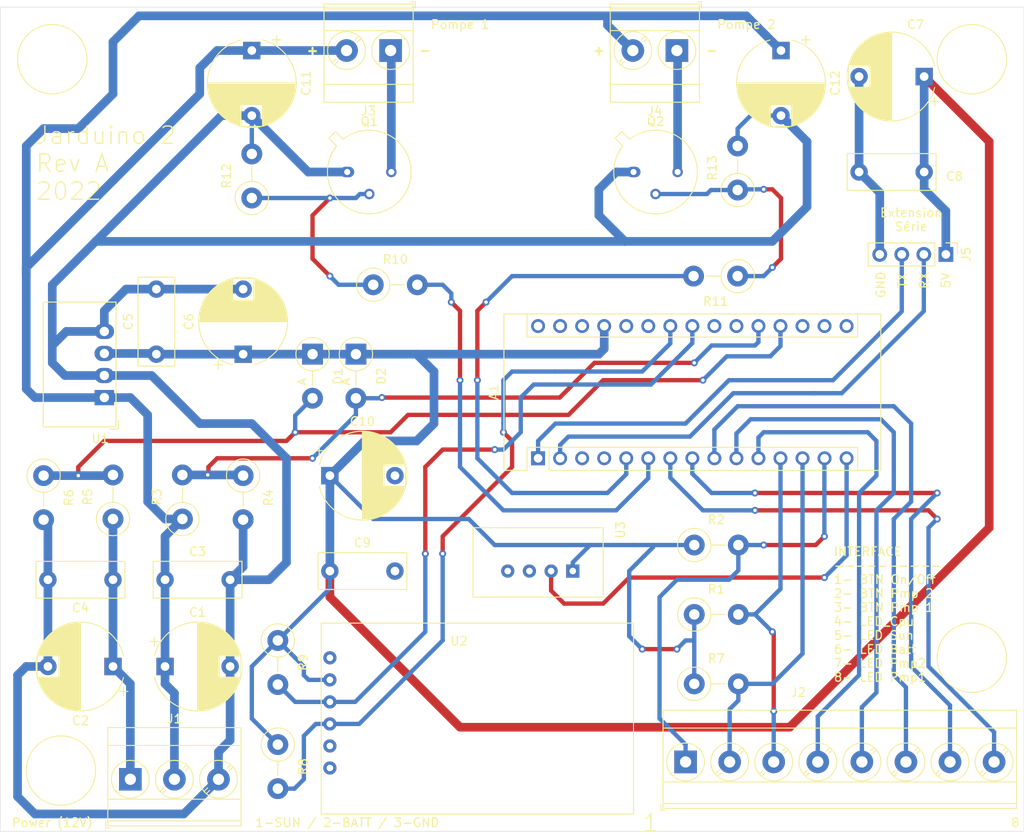
<source format=kicad_pcb>
(kicad_pcb (version 20171130) (host pcbnew "(5.1.9)-1")
  (title_block (title "Jarduino2 - Carte Power Nano Autonome") (date 2022-03-19) (rev A) (company BPC))
  (layers (0 F.Cu signal) (31 B.Cu signal) (34 B.Paste user hide) (35 F.Paste user hide) (36 B.SilkS user hide) (37 F.SilkS user) (38 B.Mask user) (39 F.Mask user) (44 Edge.Cuts user))
  (net 0 "")
  (net 1 "Net-(A1-Pad1)")
  (net 2 "Net-(A1-Pad17)")
  (net 3 "Net-(A1-Pad2)")
  (net 4 "Net-(A1-Pad18)")
  (net 5 "Net-(A1-Pad3)")
  (net 6 POW_BATT)
  (net 7 GND)
  (net 8 POW_SUN)
  (net 9 CMD_PMP1)
  (net 10 "Net-(A1-Pad21)")
  (net 11 CMD_PMP2)
  (net 12 "Net-(A1-Pad22)")
  (net 13 LED_PMP1)
  (net 14 SDA)
  (net 15 LED_PMP2)
  (net 16 SCL)
  (net 17 LED_12V_BATT)
  (net 18 "Net-(A1-Pad25)")
  (net 19 LED_12V_SUN)
  (net 20 "Net-(A1-Pad26)")
  (net 21 LED_CPU)
  (net 22 +5V)
  (net 23 BTN_PMP1)
  (net 24 "Net-(A1-Pad28)")
  (net 25 BTN_PMP2)
  (net 26 BTN_ONOFF)
  (net 27 "Net-(A1-Pad30)")
  (net 28 "Net-(A1-Pad15)")
  (net 29 "Net-(A1-Pad16)")
  (net 30 +12V)
  (net 31 "Net-(C2-Pad1)")
  (net 32 "Net-(U2-Pad5)")
  (net 33 "Net-(U2-Pad6)")
  (net 34 "Net-(Q1-Pad2)")
  (net 35 "Net-(Q2-Pad2)")
  (net 36 "Net-(J3-Pad1)")
  (net 37 "Net-(J4-Pad1)")
  (net 38 "Net-(U3-Pad3)")
  (module Module:Arduino_Nano (layer F.Cu) (at 128 96 90)
    (fp_text reference A1 (at 7.62 -5.08 90) (layer F.SilkS))
    (fp_text value Arduino_Nano_v3.x)
    (pad 16 thru_hole oval (at 15.24 35.56 90) (size 1.6 1.6) (drill 1) (layers *.Cu *.Mask) (net 29 "Net-(A1-Pad16)"))
    (pad 15 thru_hole oval (at 0 35.56 90) (size 1.6 1.6) (drill 1) (layers *.Cu *.Mask) (net 28 "Net-(A1-Pad15)"))
    (pad 30 thru_hole oval (at 15.24 0 90) (size 1.6 1.6) (drill 1) (layers *.Cu *.Mask) (net 27 "Net-(A1-Pad30)"))
    (pad 14 thru_hole oval (at 0 33.02 90) (size 1.6 1.6) (drill 1) (layers *.Cu *.Mask) (net 26 BTN_ONOFF))
    (pad 29 thru_hole oval (at 15.24 2.54 90) (size 1.6 1.6) (drill 1) (layers *.Cu *.Mask) (net 7 GND))
    (pad 13 thru_hole oval (at 0 30.48 90) (size 1.6 1.6) (drill 1) (layers *.Cu *.Mask) (net 25 BTN_PMP2))
    (pad 28 thru_hole oval (at 15.24 5.08 90) (size 1.6 1.6) (drill 1) (layers *.Cu *.Mask) (net 24 "Net-(A1-Pad28)"))
    (pad 12 thru_hole oval (at 0 27.94 90) (size 1.6 1.6) (drill 1) (layers *.Cu *.Mask) (net 23 BTN_PMP1))
    (pad 27 thru_hole oval (at 15.24 7.62 90) (size 1.6 1.6) (drill 1) (layers *.Cu *.Mask) (net 22 +5V))
    (pad 11 thru_hole oval (at 0 25.4 90) (size 1.6 1.6) (drill 1) (layers *.Cu *.Mask) (net 21 LED_CPU))
    (pad 26 thru_hole oval (at 15.24 10.16 90) (size 1.6 1.6) (drill 1) (layers *.Cu *.Mask) (net 20 "Net-(A1-Pad26)"))
    (pad 10 thru_hole oval (at 0 22.86 90) (size 1.6 1.6) (drill 1) (layers *.Cu *.Mask) (net 19 LED_12V_SUN))
    (pad 25 thru_hole oval (at 15.24 12.7 90) (size 1.6 1.6) (drill 1) (layers *.Cu *.Mask) (net 18 "Net-(A1-Pad25)"))
    (pad 9 thru_hole oval (at 0 20.32 90) (size 1.6 1.6) (drill 1) (layers *.Cu *.Mask) (net 17 LED_12V_BATT))
    (pad 24 thru_hole oval (at 15.24 15.24 90) (size 1.6 1.6) (drill 1) (layers *.Cu *.Mask) (net 16 SCL))
    (pad 8 thru_hole oval (at 0 17.78 90) (size 1.6 1.6) (drill 1) (layers *.Cu *.Mask) (net 15 LED_PMP2))
    (pad 23 thru_hole oval (at 15.24 17.78 90) (size 1.6 1.6) (drill 1) (layers *.Cu *.Mask) (net 14 SDA))
    (pad 7 thru_hole oval (at 0 15.24 90) (size 1.6 1.6) (drill 1) (layers *.Cu *.Mask) (net 13 LED_PMP1))
    (pad 22 thru_hole oval (at 15.24 20.32 90) (size 1.6 1.6) (drill 1) (layers *.Cu *.Mask) (net 12 "Net-(A1-Pad22)"))
    (pad 6 thru_hole oval (at 0 12.7 90) (size 1.6 1.6) (drill 1) (layers *.Cu *.Mask) (net 9 CMD_PMP1))
    (pad 21 thru_hole oval (at 15.24 22.86 90) (size 1.6 1.6) (drill 1) (layers *.Cu *.Mask) (net 10 "Net-(A1-Pad21)"))
    (pad 5 thru_hole oval (at 0 10.16 90) (size 1.6 1.6) (drill 1) (layers *.Cu *.Mask) (net 11 CMD_PMP2))
    (pad 20 thru_hole oval (at 15.24 25.4 90) (size 1.6 1.6) (drill 1) (layers *.Cu *.Mask) (net 6 POW_BATT))
    (pad 4 thru_hole oval (at 0 7.62 90) (size 1.6 1.6) (drill 1) (layers *.Cu *.Mask) (net 7 GND))
    (pad 19 thru_hole oval (at 15.24 27.94 90) (size 1.6 1.6) (drill 1) (layers *.Cu *.Mask) (net 8 POW_SUN))
    (pad 3 thru_hole oval (at 0 5.08 90) (size 1.6 1.6) (drill 1) (layers *.Cu *.Mask) (net 5 "Net-(A1-Pad3)"))
    (pad 18 thru_hole oval (at 15.24 30.48 90) (size 1.6 1.6) (drill 1) (layers *.Cu *.Mask) (net 4 "Net-(A1-Pad18)"))
    (pad 2 thru_hole oval (at 0 2.54 90) (size 1.6 1.6) (drill 1) (layers *.Cu *.Mask) (net 3 "Net-(A1-Pad2)"))
    (pad 17 thru_hole oval (at 15.24 33.02 90) (size 1.6 1.6) (drill 1) (layers *.Cu *.Mask) (net 2 "Net-(A1-Pad17)"))
    (pad 1 thru_hole rect (at 0 0 90) (size 1.6 1.6) (drill 1) (layers *.Cu *.Mask) (net 1 "Net-(A1-Pad1)"))
  )
  (module bpc:BPC_DHT22 (layer F.Cu) (at 132 109 270)
    (fp_text reference U3 (at -4.75 -5.5 90) (layer F.SilkS))
    (fp_text value DHT22)
    (pad 4 thru_hole circle (at 0 7.5 270) (size 1.524 1.524) (drill 0.762) (layers *.Cu *.Mask) (net 7 GND))
    (pad 3 thru_hole circle (at 0 5 270) (size 1.524 1.524) (drill 0.762) (layers *.Cu *.Mask) (net 38 "Net-(U3-Pad3)"))
    (pad 2 thru_hole circle (at 0 2.5 270) (size 1.524 1.524) (drill 0.762) (layers *.Cu *.Mask) (net 28 "Net-(A1-Pad15)"))
    (pad 1 thru_hole rect (at 0 0 270) (size 1.524 1.524) (drill 0.762) (layers *.Cu *.Mask) (net 22 +5V))
  )
  (module Connector_PinHeader_2.54mm:PinHeader_1x04_P2.54mm_Vertical (layer F.Cu) (at 175 72.5 270)
    (fp_text reference J5 (at 0 -2.33 90) (layer F.SilkS))
    (fp_text value "Ext Ser")
    (pad 4 thru_hole oval (at 0 7.62 270) (size 1.7 1.7) (drill 1) (layers *.Cu *.Mask) (net 7 GND))
    (pad 3 thru_hole oval (at 0 5.08 270) (size 1.7 1.7) (drill 1) (layers *.Cu *.Mask) (net 1 "Net-(A1-Pad1)"))
    (pad 2 thru_hole oval (at 0 2.54 270) (size 1.7 1.7) (drill 1) (layers *.Cu *.Mask) (net 3 "Net-(A1-Pad2)"))
    (pad 1 thru_hole rect (at 0 0 270) (size 1.7 1.7) (drill 1) (layers *.Cu *.Mask) (net 22 +5V))
  )
  (module Capacitor_THT:C_Rect_L10.0mm_W4.0mm_P7.50mm_MKS4 (layer F.Cu) (at 172.5 63 180)
    (fp_text reference C8 (at -3.5 -0.5) (layer F.SilkS))
    (fp_text value "1nF / 50V")
    (pad 2 thru_hole circle (at 7.5 0 180) (size 2 2) (drill 1) (layers *.Cu *.Mask) (net 7 GND))
    (pad 1 thru_hole circle (at 0 0 180) (size 2 2) (drill 1) (layers *.Cu *.Mask) (net 22 +5V))
  )
  (module Capacitor_THT:CP_Radial_D10.0mm_P7.50mm (layer F.Cu) (at 172.5 52 180)
    (fp_text reference C7 (at 1 6) (layer F.SilkS))
    (fp_text value "50µF / 50V")
    (pad 2 thru_hole circle (at 7.5 0 180) (size 2 2) (drill 1) (layers *.Cu *.Mask) (net 7 GND))
    (pad 1 thru_hole rect (at 0 0 180) (size 2 2) (drill 1) (layers *.Cu *.Mask) (net 22 +5V))
  )
  (module bpc:BPC_Trou4mm_Fixation (layer F.Cu) (at 178 50)
    (fp_text reference REF** hide)
    (fp_text value BPC_Trou4mm_Fixation)
    (pad "" np_thru_hole circle (at 0 0) (size 4 4) (drill 4) (layers *.Cu *.Mask))
  )
  (module bpc:BPC_Trou4mm_Fixation (layer F.Cu) (at 72 50)
    (fp_text reference REF** hide)
    (fp_text value BPC_Trou4mm_Fixation)
    (pad "" np_thru_hole circle (at 0 0) (size 4 4) (drill 4) (layers *.Cu *.Mask))
  )
  (module bpc:BPC_Trou4mm_Fixation (layer F.Cu) (at 178 119)
    (fp_text reference REF** hide)
    (fp_text value BPC_Trou4mm_Fixation)
    (pad "" np_thru_hole circle (at 0 0) (size 4 4) (drill 4) (layers *.Cu *.Mask))
  )
  (module bpc:BPC_Trou4mm_Fixation (layer F.Cu) (at 73 132)
    (fp_text reference REF** hide)
    (fp_text value BPC_Trou4mm_Fixation)
    (pad "" np_thru_hole circle (at 0 0) (size 4 4) (drill 4) (layers *.Cu *.Mask))
  )
  (module Package_TO_SOT_THT:TO-39-3 (layer F.Cu) (at 106 63)
    (fp_text reference Q1 (at 2.54 -5.82) (layer F.SilkS))
    (fp_text value Q_NPN_BCE)
    (pad 3 thru_hole oval (at 5.08 0) (size 1.2 1.2) (drill 0.7) (layers *.Cu *.Mask) (net 36 "Net-(J3-Pad1)"))
    (pad 2 thru_hole oval (at 2.54 2.54) (size 1.2 1.2) (drill 0.7) (layers *.Cu *.Mask) (net 34 "Net-(Q1-Pad2)"))
    (pad 1 thru_hole oval (at 0 0) (size 1.6 1.2) (drill 0.7) (layers *.Cu *.Mask) (net 7 GND))
  )
  (module Package_TO_SOT_THT:TO-39-3 (layer F.Cu) (at 139 63)
    (fp_text reference Q2 (at 2.54 -5.82) (layer F.SilkS))
    (fp_text value Q_NPN_BCE)
    (pad 3 thru_hole oval (at 5.08 0) (size 1.2 1.2) (drill 0.7) (layers *.Cu *.Mask) (net 37 "Net-(J4-Pad1)"))
    (pad 2 thru_hole oval (at 2.54 2.54) (size 1.2 1.2) (drill 0.7) (layers *.Cu *.Mask) (net 35 "Net-(Q2-Pad2)"))
    (pad 1 thru_hole oval (at 0 0) (size 1.6 1.2) (drill 0.7) (layers *.Cu *.Mask) (net 7 GND))
  )
  (module TerminalBlock_Phoenix:TerminalBlock_Phoenix_MKDS-3-3-5.08_1x03_P5.08mm_Horizontal (layer F.Cu) (at 81 133)
    (fp_text reference J1 (at 5.08 -6.96) (layer F.SilkS))
    (fp_text value Power)
    (pad 3 thru_hole circle (at 10.16 0) (size 2.6 2.6) (drill 1.3) (layers *.Cu *.Mask) (net 7 GND))
    (pad 2 thru_hole circle (at 5.08 0) (size 2.6 2.6) (drill 1.3) (layers *.Cu *.Mask) (net 30 +12V))
    (pad 1 thru_hole rect (at 0 0) (size 2.6 2.6) (drill 1.3) (layers *.Cu *.Mask) (net 31 "Net-(C2-Pad1)"))
  )
  (module TerminalBlock_Phoenix:TerminalBlock_Phoenix_MKDS-3-2-5.08_1x02_P5.08mm_Horizontal (layer F.Cu) (at 144 49 180)
    (fp_text reference J4 (at 2.54 -6.96) (layer F.SilkS))
    (fp_text value "Pompe 2")
    (pad 2 thru_hole circle (at 5.08 0 180) (size 2.6 2.6) (drill 1.3) (layers *.Cu *.Mask) (net 30 +12V))
    (pad 1 thru_hole rect (at 0 0 180) (size 2.6 2.6) (drill 1.3) (layers *.Cu *.Mask) (net 37 "Net-(J4-Pad1)"))
  )
  (module TerminalBlock_Phoenix:TerminalBlock_Phoenix_MKDS-3-2-5.08_1x02_P5.08mm_Horizontal (layer F.Cu) (at 111 49 180)
    (fp_text reference J3 (at 2.54 -6.96) (layer F.SilkS))
    (fp_text value "Pompe 1")
    (pad 2 thru_hole circle (at 5.08 0 180) (size 2.6 2.6) (drill 1.3) (layers *.Cu *.Mask) (net 30 +12V))
    (pad 1 thru_hole rect (at 0 0 180) (size 2.6 2.6) (drill 1.3) (layers *.Cu *.Mask) (net 36 "Net-(J3-Pad1)"))
  )
  (module TerminalBlock_Phoenix:TerminalBlock_Phoenix_MKDS-3-8-5.08_1x08_P5.08mm_Horizontal (layer F.Cu) (at 145 131)
    (fp_text reference J2 (at 13 -8) (layer F.SilkS))
    (fp_text value Interface)
    (pad 8 thru_hole circle (at 35.56 0) (size 2.6 2.6) (drill 1.3) (layers *.Cu *.Mask) (net 13 LED_PMP1))
    (pad 7 thru_hole circle (at 30.48 0) (size 2.6 2.6) (drill 1.3) (layers *.Cu *.Mask) (net 15 LED_PMP2))
    (pad 6 thru_hole circle (at 25.4 0) (size 2.6 2.6) (drill 1.3) (layers *.Cu *.Mask) (net 17 LED_12V_BATT))
    (pad 5 thru_hole circle (at 20.32 0) (size 2.6 2.6) (drill 1.3) (layers *.Cu *.Mask) (net 19 LED_12V_SUN))
    (pad 4 thru_hole circle (at 15.24 0) (size 2.6 2.6) (drill 1.3) (layers *.Cu *.Mask) (net 21 LED_CPU))
    (pad 3 thru_hole circle (at 10.16 0) (size 2.6 2.6) (drill 1.3) (layers *.Cu *.Mask) (net 23 BTN_PMP1))
    (pad 2 thru_hole circle (at 5.08 0) (size 2.6 2.6) (drill 1.3) (layers *.Cu *.Mask) (net 25 BTN_PMP2))
    (pad 1 thru_hole rect (at 0 0) (size 2.6 2.6) (drill 1.3) (layers *.Cu *.Mask) (net 26 BTN_ONOFF))
  )
  (module Capacitor_THT:CP_Radial_D10.0mm_P7.50mm (layer F.Cu) (at 85 120)
    (fp_text reference C1 (at 3.75 -6.25) (layer F.SilkS))
    (fp_text value "50µF / 50V")
    (pad 2 thru_hole circle (at 7.5 0) (size 2 2) (drill 1) (layers *.Cu *.Mask) (net 7 GND))
    (pad 1 thru_hole rect (at 0 0) (size 2 2) (drill 1) (layers *.Cu *.Mask) (net 30 +12V))
  )
  (module Capacitor_THT:CP_Radial_D10.0mm_P7.50mm (layer F.Cu) (at 79 120 180)
    (fp_text reference C2 (at 3.75 -6.25) (layer F.SilkS))
    (fp_text value "50µF / 50V")
    (pad 2 thru_hole circle (at 7.5 0 180) (size 2 2) (drill 1) (layers *.Cu *.Mask) (net 7 GND))
    (pad 1 thru_hole rect (at 0 0 180) (size 2 2) (drill 1) (layers *.Cu *.Mask) (net 31 "Net-(C2-Pad1)"))
  )
  (module Capacitor_THT:C_Rect_L10.0mm_W4.0mm_P7.50mm_MKS4 (layer F.Cu) (at 85 110)
    (fp_text reference C3 (at 3.75 -3.25) (layer F.SilkS))
    (fp_text value "1nF / 50V")
    (pad 2 thru_hole circle (at 7.5 0) (size 2 2) (drill 1) (layers *.Cu *.Mask) (net 7 GND))
    (pad 1 thru_hole circle (at 0 0) (size 2 2) (drill 1) (layers *.Cu *.Mask) (net 30 +12V))
  )
  (module Capacitor_THT:C_Rect_L10.0mm_W4.0mm_P7.50mm_MKS4 (layer F.Cu) (at 79 110 180)
    (fp_text reference C4 (at 3.75 -3.25) (layer F.SilkS))
    (fp_text value "1nF / 50V")
    (pad 2 thru_hole circle (at 7.5 0 180) (size 2 2) (drill 1) (layers *.Cu *.Mask) (net 7 GND))
    (pad 1 thru_hole circle (at 0 0 180) (size 2 2) (drill 1) (layers *.Cu *.Mask) (net 31 "Net-(C2-Pad1)"))
  )
  (module Capacitor_THT:C_Rect_L10.0mm_W4.0mm_P7.50mm_MKS4 (layer F.Cu) (at 84 84 90)
    (fp_text reference C5 (at 3.75 -3.25 90) (layer F.SilkS))
    (fp_text value "1nF / 50V")
    (pad 2 thru_hole circle (at 7.5 0 90) (size 2 2) (drill 1) (layers *.Cu *.Mask) (net 7 GND))
    (pad 1 thru_hole circle (at 0 0 90) (size 2 2) (drill 1) (layers *.Cu *.Mask) (net 22 +5V))
  )
  (module Capacitor_THT:CP_Radial_D10.0mm_P7.50mm (layer F.Cu) (at 94 84 90)
    (fp_text reference C6 (at 3.75 -6.25 90) (layer F.SilkS))
    (fp_text value "50µF / 50V")
    (pad 2 thru_hole circle (at 7.5 0 90) (size 2 2) (drill 1) (layers *.Cu *.Mask) (net 7 GND))
    (pad 1 thru_hole rect (at 0 0 90) (size 2 2) (drill 1) (layers *.Cu *.Mask) (net 22 +5V))
  )
  (module Capacitor_THT:C_Rect_L10.0mm_W4.0mm_P7.50mm_MKS4 (layer F.Cu) (at 104 109)
    (fp_text reference C9 (at 3.75 -3.25) (layer F.SilkS))
    (fp_text value "1nF / 50V")
    (pad 2 thru_hole circle (at 7.5 0) (size 2 2) (drill 1) (layers *.Cu *.Mask) (net 7 GND))
    (pad 1 thru_hole circle (at 0 0) (size 2 2) (drill 1) (layers *.Cu *.Mask) (net 22 +5V))
  )
  (module Capacitor_THT:CP_Radial_D10.0mm_P7.50mm (layer F.Cu) (at 104 98)
    (fp_text reference C10 (at 3.75 -6.25) (layer F.SilkS))
    (fp_text value "50µF / 50V")
    (pad 2 thru_hole circle (at 7.5 0) (size 2 2) (drill 1) (layers *.Cu *.Mask) (net 7 GND))
    (pad 1 thru_hole rect (at 0 0) (size 2 2) (drill 1) (layers *.Cu *.Mask) (net 22 +5V))
  )
  (module Capacitor_THT:CP_Radial_D10.0mm_P7.50mm (layer F.Cu) (at 95 49 270)
    (fp_text reference C11 (at 3.75 -6.25 90) (layer F.SilkS))
    (fp_text value "50µF / 50V")
    (pad 2 thru_hole circle (at 7.5 0 270) (size 2 2) (drill 1) (layers *.Cu *.Mask) (net 7 GND))
    (pad 1 thru_hole rect (at 0 0 270) (size 2 2) (drill 1) (layers *.Cu *.Mask) (net 30 +12V))
  )
  (module Capacitor_THT:CP_Radial_D10.0mm_P7.50mm (layer F.Cu) (at 156 49 270)
    (fp_text reference C12 (at 3.75 -6.25 90) (layer F.SilkS))
    (fp_text value "50µF / 50V")
    (pad 2 thru_hole circle (at 7.5 0 270) (size 2 2) (drill 1) (layers *.Cu *.Mask) (net 7 GND))
    (pad 1 thru_hole rect (at 0 0 270) (size 2 2) (drill 1) (layers *.Cu *.Mask) (net 30 +12V))
  )
  (module Diode_THT:D_DO-15_P5.08mm_Vertical_AnodeUp (layer F.Cu) (at 102 84 270)
    (fp_text reference D1 (at 2.54 -2.92 90) (layer F.SilkS))
    (fp_text value D_Schottky)
    (fp_text user A (at 3.18 1.2 90) (layer F.SilkS))
    (pad 2 thru_hole oval (at 5.08 0 270) (size 2.4 2.4) (drill 1.2) (layers *.Cu *.Mask) (net 8 POW_SUN))
    (pad 1 thru_hole rect (at 0 0 270) (size 2.4 2.4) (drill 1.2) (layers *.Cu *.Mask) (net 22 +5V))
  )
  (module Diode_THT:D_DO-15_P5.08mm_Vertical_AnodeUp (layer F.Cu) (at 107 84 270)
    (fp_text reference D2 (at 2.54 -2.92 90) (layer F.SilkS))
    (fp_text value D_Schottky)
    (fp_text user A (at 3.18 1.2 90) (layer F.SilkS))
    (pad 2 thru_hole oval (at 5.08 0 270) (size 2.4 2.4) (drill 1.2) (layers *.Cu *.Mask) (net 6 POW_BATT))
    (pad 1 thru_hole rect (at 0 0 270) (size 2.4 2.4) (drill 1.2) (layers *.Cu *.Mask) (net 22 +5V))
  )
  (module Resistor_THT:R_Axial_DIN0411_L9.9mm_D3.6mm_P5.08mm_Vertical (layer F.Cu) (at 146 114)
    (fp_text reference R1 (at 2.54 -2.92) (layer F.SilkS))
    (fp_text value 100k)
    (pad 2 thru_hole oval (at 5.08 0) (size 2.4 2.4) (drill 1.2) (layers *.Cu *.Mask) (net 23 BTN_PMP1))
    (pad 1 thru_hole circle (at 0 0) (size 2.4 2.4) (drill 1.2) (layers *.Cu *.Mask) (net 22 +5V))
  )
  (module Resistor_THT:R_Axial_DIN0411_L9.9mm_D3.6mm_P5.08mm_Vertical (layer F.Cu) (at 146 106)
    (fp_text reference R2 (at 2.54 -2.92) (layer F.SilkS))
    (fp_text value 100k)
    (pad 2 thru_hole oval (at 5.08 0) (size 2.4 2.4) (drill 1.2) (layers *.Cu *.Mask) (net 26 BTN_ONOFF))
    (pad 1 thru_hole circle (at 0 0) (size 2.4 2.4) (drill 1.2) (layers *.Cu *.Mask) (net 22 +5V))
  )
  (module Resistor_THT:R_Axial_DIN0411_L9.9mm_D3.6mm_P5.08mm_Vertical (layer F.Cu) (at 87 103 90)
    (fp_text reference R3 (at 2.54 -2.92 90) (layer F.SilkS))
    (fp_text value 100k)
    (pad 2 thru_hole oval (at 5.08 0 90) (size 2.4 2.4) (drill 1.2) (layers *.Cu *.Mask) (net 6 POW_BATT))
    (pad 1 thru_hole circle (at 0 0 90) (size 2.4 2.4) (drill 1.2) (layers *.Cu *.Mask) (net 30 +12V))
  )
  (module Resistor_THT:R_Axial_DIN0411_L9.9mm_D3.6mm_P5.08mm_Vertical (layer F.Cu) (at 94 98 270)
    (fp_text reference R4 (at 2.54 -2.92 90) (layer F.SilkS))
    (fp_text value 40k)
    (pad 2 thru_hole oval (at 5.08 0 270) (size 2.4 2.4) (drill 1.2) (layers *.Cu *.Mask) (net 7 GND))
    (pad 1 thru_hole circle (at 0 0 270) (size 2.4 2.4) (drill 1.2) (layers *.Cu *.Mask) (net 6 POW_BATT))
  )
  (module Resistor_THT:R_Axial_DIN0411_L9.9mm_D3.6mm_P5.08mm_Vertical (layer F.Cu) (at 79 103 90)
    (fp_text reference R5 (at 2.54 -2.92 90) (layer F.SilkS))
    (fp_text value 100k)
    (pad 2 thru_hole oval (at 5.08 0 90) (size 2.4 2.4) (drill 1.2) (layers *.Cu *.Mask) (net 8 POW_SUN))
    (pad 1 thru_hole circle (at 0 0 90) (size 2.4 2.4) (drill 1.2) (layers *.Cu *.Mask) (net 31 "Net-(C2-Pad1)"))
  )
  (module Resistor_THT:R_Axial_DIN0411_L9.9mm_D3.6mm_P5.08mm_Vertical (layer F.Cu) (at 71 98 270)
    (fp_text reference R6 (at 2.54 -2.92 90) (layer F.SilkS))
    (fp_text value 40k)
    (pad 2 thru_hole oval (at 5.08 0 270) (size 2.4 2.4) (drill 1.2) (layers *.Cu *.Mask) (net 7 GND))
    (pad 1 thru_hole circle (at 0 0 270) (size 2.4 2.4) (drill 1.2) (layers *.Cu *.Mask) (net 8 POW_SUN))
  )
  (module Resistor_THT:R_Axial_DIN0411_L9.9mm_D3.6mm_P5.08mm_Vertical (layer F.Cu) (at 146 122)
    (fp_text reference R7 (at 2.54 -2.92) (layer F.SilkS))
    (fp_text value 100k)
    (pad 2 thru_hole oval (at 5.08 0) (size 2.4 2.4) (drill 1.2) (layers *.Cu *.Mask) (net 25 BTN_PMP2))
    (pad 1 thru_hole circle (at 0 0) (size 2.4 2.4) (drill 1.2) (layers *.Cu *.Mask) (net 22 +5V))
  )
  (module Resistor_THT:R_Axial_DIN0411_L9.9mm_D3.6mm_P5.08mm_Vertical (layer F.Cu) (at 98 129 270)
    (fp_text reference R8 (at 2.54 -2.92 90) (layer F.SilkS))
    (fp_text value 10k)
    (pad 2 thru_hole oval (at 5.08 0 270) (size 2.4 2.4) (drill 1.2) (layers *.Cu *.Mask) (net 16 SCL))
    (pad 1 thru_hole circle (at 0 0 270) (size 2.4 2.4) (drill 1.2) (layers *.Cu *.Mask) (net 22 +5V))
  )
  (module Resistor_THT:R_Axial_DIN0411_L9.9mm_D3.6mm_P5.08mm_Vertical (layer F.Cu) (at 98 117 270)
    (fp_text reference R9 (at 2.54 -2.92 90) (layer F.SilkS))
    (fp_text value 10k)
    (pad 2 thru_hole oval (at 5.08 0 270) (size 2.4 2.4) (drill 1.2) (layers *.Cu *.Mask) (net 14 SDA))
    (pad 1 thru_hole circle (at 0 0 270) (size 2.4 2.4) (drill 1.2) (layers *.Cu *.Mask) (net 22 +5V))
  )
  (module Resistor_THT:R_Axial_DIN0411_L9.9mm_D3.6mm_P5.08mm_Vertical (layer F.Cu) (at 109 76)
    (fp_text reference R10 (at 2.54 -2.92) (layer F.SilkS))
    (fp_text value 220)
    (pad 2 thru_hole oval (at 5.08 0) (size 2.4 2.4) (drill 1.2) (layers *.Cu *.Mask) (net 9 CMD_PMP1))
    (pad 1 thru_hole circle (at 0 0) (size 2.4 2.4) (drill 1.2) (layers *.Cu *.Mask) (net 34 "Net-(Q1-Pad2)"))
  )
  (module Resistor_THT:R_Axial_DIN0411_L9.9mm_D3.6mm_P5.08mm_Vertical (layer F.Cu) (at 151 75 180)
    (fp_text reference R11 (at 2.54 -2.92) (layer F.SilkS))
    (fp_text value 220)
    (pad 2 thru_hole oval (at 5.08 0 180) (size 2.4 2.4) (drill 1.2) (layers *.Cu *.Mask) (net 11 CMD_PMP2))
    (pad 1 thru_hole circle (at 0 0 180) (size 2.4 2.4) (drill 1.2) (layers *.Cu *.Mask) (net 35 "Net-(Q2-Pad2)"))
  )
  (module Resistor_THT:R_Axial_DIN0411_L9.9mm_D3.6mm_P5.08mm_Vertical (layer F.Cu) (at 95 66 90)
    (fp_text reference R12 (at 2.54 -2.92 90) (layer F.SilkS))
    (fp_text value 100k)
    (pad 2 thru_hole oval (at 5.08 0 90) (size 2.4 2.4) (drill 1.2) (layers *.Cu *.Mask) (net 7 GND))
    (pad 1 thru_hole circle (at 0 0 90) (size 2.4 2.4) (drill 1.2) (layers *.Cu *.Mask) (net 34 "Net-(Q1-Pad2)"))
  )
  (module Resistor_THT:R_Axial_DIN0411_L9.9mm_D3.6mm_P5.08mm_Vertical (layer F.Cu) (at 151 65.08 90)
    (fp_text reference R13 (at 2.54 -2.92 90) (layer F.SilkS))
    (fp_text value 100k)
    (pad 2 thru_hole oval (at 5.08 0 90) (size 2.4 2.4) (drill 1.2) (layers *.Cu *.Mask) (net 7 GND))
    (pad 1 thru_hole circle (at 0 0 90) (size 2.4 2.4) (drill 1.2) (layers *.Cu *.Mask) (net 35 "Net-(Q2-Pad2)"))
  )
  (module Converter_DCDC:Converter_DCDC_Murata_MEE3SxxxxSC_THT (layer F.Cu) (at 78 89 180)
    (fp_text reference U1 (at 0.47 -4.73 180) (layer F.SilkS))
    (fp_text value RFB-0505S)
    (pad 1 thru_hole rect (at 0 0 90) (size 1.75 2.25) (drill 1.075) (layers *.Cu *.Mask) (net 30 +12V))
    (pad 2 thru_hole oval (at 0 2.54 90) (size 1.75 2.25) (drill 1.075) (layers *.Cu *.Mask) (net 7 GND))
    (pad 3 thru_hole oval (at 0 5.08 90) (size 1.75 2.25) (drill 1.075) (layers *.Cu *.Mask) (net 22 +5V))
    (pad 4 thru_hole oval (at 0 7.62 90) (size 1.75 2.25) (drill 1.075) (layers *.Cu *.Mask) (net 7 GND))
  )
  (module bpc:BPC_RtcArduino (layer F.Cu) (at 104 119)
    (fp_text reference U2 (at 14.88 -1.92) (layer F.SilkS))
    (fp_text value RtcArduino)
    (pad 6 thru_hole circle (at 0 12.7) (size 1.524 1.524) (drill 0.762) (layers *.Cu *.Mask) (net 33 "Net-(U2-Pad6)"))
    (pad 5 thru_hole circle (at 0 10.16) (size 1.524 1.524) (drill 0.762) (layers *.Cu *.Mask) (net 32 "Net-(U2-Pad5)"))
    (pad 4 thru_hole circle (at 0 7.62) (size 1.524 1.524) (drill 0.762) (layers *.Cu *.Mask) (net 16 SCL))
    (pad 3 thru_hole circle (at 0 5.08) (size 1.524 1.524) (drill 0.762) (layers *.Cu *.Mask) (net 14 SDA))
    (pad 2 thru_hole circle (at 0 2.54) (size 1.524 1.524) (drill 0.762) (layers *.Cu *.Mask) (net 22 +5V))
    (pad 1 thru_hole circle (at 0 0) (size 1.524 1.524) (drill 0.762) (layers *.Cu *.Mask) (net 7 GND))
  )
  (gr_text "Extension\nSérie" (at 171 68.5) (layer F.SilkS) (effects (font (size 1 1))))
  (gr_text 5V (at 175 75.5 90) (layer F.SilkS) (effects (font (size 1 1))))
  (gr_text RX (at 172.5 75.5 90) (layer F.SilkS) (effects (font (size 1 1))))
  (gr_text TX (at 170 75.5 90) (layer F.SilkS) (effects (font (size 1 1))))
  (gr_text GND (at 167.5 76 90) (layer F.SilkS) (effects (font (size 1 1))))
  (gr_text 8 (at 183 138) (layer F.SilkS) (effects (font (size 1 1))))
  (gr_text 1 (at 141 138) (layer F.SilkS) (effects (font (size 2 2))))
  (gr_text "INTERFACE\n----------\n1- BTN On/Off\n2- BTN Pmp 2\n3- BTN Pmp 1\n4- LED_Cpu\n5- LED Sun\n6- LED Batt\n7- LED Pmp2\n8- LED Pmp1" (at 162 114) (layer F.SilkS) (effects (font (size 1 1)) (justify left)))
  (gr_text "Power (12V)" (at 72 138) (layer F.SilkS) (effects (font (size 1 1))))
  (gr_text "1-SUN / 2-BATT / 3-GND" (at 106 138) (layer F.SilkS) (effects (font (size 1 1))))
  (gr_text + (at 135 49) (layer F.SilkS) (effects (font (size 1 1) (thickness 0.25))))
  (gr_text - (at 148 49) (layer F.SilkS) (effects (font (size 1 1) (thickness 0.25))))
  (gr_text - (at 115 49) (layer F.SilkS) (effects (font (size 1 1) (thickness 0.25))))
  (gr_text + (at 102 49) (layer F.SilkS) (effects (font (size 1 1) (thickness 0.25))))
  (gr_text "Pompe 2" (at 152 46) (layer F.SilkS) (effects (font (size 1 1))))
  (gr_text "Pompe 1" (at 119 46) (layer F.SilkS) (effects (font (size 1 1))))
  (gr_text "Jarduino 2\nRev A\n2022" (at 70 62) (layer F.SilkS) (effects (font (size 2 2)) (justify left)))
  (gr_line (start 66 139) (end 66 44) (layer Edge.Cuts) (width 0.05))
  (gr_line (start 184 139) (end 66 139) (layer Edge.Cuts) (width 0.05))
  (gr_line (start 184 44) (end 184 139) (layer Edge.Cuts) (width 0.05))
  (gr_line (start 66 44) (end 184 44) (layer Edge.Cuts) (width 0.05))
  (segment (start 150 87) (end 145 92) (width 0.5) (layer B.Cu) (net 1))
  (segment (start 162 87) (end 150 87) (width 0.5) (layer B.Cu) (net 1))
  (segment (start 145 92) (end 130 92) (width 0.5) (layer B.Cu) (net 1))
  (segment (start 169.92 79.08) (end 162 87) (width 0.5) (layer B.Cu) (net 1))
  (segment (start 128 94) (end 128 96) (width 0.5) (layer B.Cu) (net 1))
  (segment (start 130 92) (end 128 94) (width 0.5) (layer B.Cu) (net 1))
  (segment (start 169.92 75) (end 169.92 78.92) (width 0.5) (layer B.Cu) (net 1))
  (segment (start 169.92 75) (end 169.92 72.5) (width 0.5) (layer B.Cu) (net 1))
  (segment (start 130.54 96) (end 130.54 94.46) (width 0.5) (layer B.Cu) (net 3))
  (segment (start 130.54 94.46) (end 131.5 93.5) (width 0.5) (layer B.Cu) (net 3))
  (segment (start 131.5 93.5) (end 145.5 93.5) (width 0.5) (layer B.Cu) (net 3))
  (segment (start 145.5 93.5) (end 150.5 88.5) (width 0.5) (layer B.Cu) (net 3))
  (segment (start 150.5 88.5) (end 160 88.5) (width 0.5) (layer B.Cu) (net 3))
  (segment (start 159.5 88.5) (end 160 88.5) (width 0.5) (layer B.Cu) (net 3))
  (segment (start 163 88.5) (end 172.46 79.04) (width 0.5) (layer B.Cu) (net 3))
  (segment (start 160 88.5) (end 163 88.5) (width 0.5) (layer B.Cu) (net 3))
  (segment (start 172.46 75) (end 172.46 79.04) (width 0.5) (layer B.Cu) (net 3))
  (segment (start 172.46 75) (end 172.46 72.5) (width 0.5) (layer B.Cu) (net 3))
  (segment (start 93.92 97.92) (end 94 98) (width 1) (layer B.Cu) (net 6))
  (segment (start 116 89) (end 116 89) (width 0.5) (layer F.Cu) (net 6))
  (segment (start 107.08 89) (end 107 89.08) (width 0.5) (layer B.Cu) (net 6))
  (segment (start 107 89.08) (end 107 91) (width 0.5) (layer B.Cu) (net 6))
  (segment (start 107 91) (end 102 96) (width 0.5) (layer B.Cu) (net 6))
  (via (at 102 96) (size 0.8) (drill 0.4) (layers F.Cu B.Cu) (net 6))
  (segment (start 102 96) (end 91 96) (width 0.5) (layer F.Cu) (net 6))
  (segment (start 91 96) (end 90 97) (width 0.5) (layer F.Cu) (net 6))
  (via (at 89.92 97.92) (size 0.8) (drill 0.4) (layers F.Cu B.Cu) (net 6))
  (segment (start 90 97.84) (end 89.92 97.92) (width 0.5) (layer F.Cu) (net 6))
  (segment (start 90 97) (end 90 97.84) (width 0.5) (layer F.Cu) (net 6))
  (segment (start 89.92 97.92) (end 93.92 97.92) (width 1) (layer B.Cu) (net 6))
  (segment (start 87 97.92) (end 89.92 97.92) (width 1) (layer B.Cu) (net 6))
  (via (at 110 89) (size 0.8) (drill 0.4) (layers F.Cu B.Cu) (net 6))
  (segment (start 109.92 89.08) (end 110 89) (width 0.5) (layer B.Cu) (net 6))
  (segment (start 107 89.08) (end 109.92 89.08) (width 0.5) (layer B.Cu) (net 6))
  (segment (start 153.4 82.6) (end 153.4 80.76) (width 0.5) (layer B.Cu) (net 6))
  (segment (start 148 83) (end 153 83) (width 0.5) (layer B.Cu) (net 6))
  (segment (start 153 83) (end 153.4 82.6) (width 0.5) (layer B.Cu) (net 6))
  (segment (start 147 84) (end 148 83) (width 0.5) (layer B.Cu) (net 6))
  (segment (start 147 84) (end 146 85) (width 0.5) (layer B.Cu) (net 6))
  (segment (start 134.5 85) (end 146 85) (width 0.5) (layer F.Cu) (net 6))
  (segment (start 130.5 89) (end 134.5 85) (width 0.5) (layer F.Cu) (net 6))
  (segment (start 110 89) (end 130.5 89) (width 0.5) (layer F.Cu) (net 6))
  (via (at 146 85) (size 0.8) (drill 0.4) (layers F.Cu B.Cu) (net 6))
  (segment (start 78 81.38) (end 78 79) (width 1) (layer B.Cu) (net 7))
  (segment (start 80.5 76.5) (end 84 76.5) (width 1) (layer B.Cu) (net 7))
  (segment (start 78 79) (end 80.5 76.5) (width 1) (layer B.Cu) (net 7))
  (segment (start 84 76.5) (end 94 76.5) (width 1) (layer B.Cu) (net 7))
  (segment (start 91.16 133) (end 91.16 129.84) (width 1) (layer B.Cu) (net 7))
  (segment (start 92.5 128.5) (end 92.5 120) (width 1) (layer B.Cu) (net 7))
  (segment (start 91.16 129.84) (end 92.5 128.5) (width 1) (layer B.Cu) (net 7))
  (segment (start 71.5 120) (end 69 120) (width 1) (layer B.Cu) (net 7))
  (segment (start 69 120) (end 68 121) (width 1) (layer B.Cu) (net 7))
  (segment (start 68 121) (end 68 135) (width 1) (layer B.Cu) (net 7))
  (segment (start 68 135) (end 70 137) (width 1) (layer B.Cu) (net 7))
  (segment (start 87.16 137) (end 91.16 133) (width 1) (layer B.Cu) (net 7))
  (segment (start 70 137) (end 87.16 137) (width 1) (layer B.Cu) (net 7))
  (segment (start 71.5 120) (end 71.5 110) (width 1) (layer B.Cu) (net 7))
  (segment (start 92.5 120) (end 92.5 110) (width 1) (layer B.Cu) (net 7))
  (segment (start 71.5 103.58) (end 71 103.08) (width 1) (layer B.Cu) (net 7))
  (segment (start 71.5 110) (end 71.5 103.58) (width 1) (layer B.Cu) (net 7))
  (segment (start 92.5 110) (end 94 108.5) (width 1) (layer B.Cu) (net 7))
  (segment (start 94 108.5) (end 94 103.08) (width 1) (layer B.Cu) (net 7))
  (segment (start 92.5 110) (end 97 110) (width 1) (layer B.Cu) (net 7))
  (segment (start 97 110) (end 99 108) (width 1) (layer B.Cu) (net 7))
  (segment (start 99 108) (end 99 96) (width 1) (layer B.Cu) (net 7))
  (segment (start 99 96) (end 95 92) (width 1) (layer B.Cu) (net 7))
  (segment (start 95 92) (end 89 92) (width 1) (layer B.Cu) (net 7))
  (segment (start 83.46 86.46) (end 78 86.46) (width 1) (layer B.Cu) (net 7))
  (segment (start 89 92) (end 83.46 86.46) (width 1) (layer B.Cu) (net 7))
  (segment (start 72 76) (end 77 71) (width 1) (layer B.Cu) (net 7))
  (segment (start 73.46 86.46) (end 72 85) (width 1) (layer B.Cu) (net 7))
  (segment (start 78 86.46) (end 73.46 86.46) (width 1) (layer B.Cu) (net 7))
  (segment (start 91.5 56.5) (end 77 71) (width 1) (layer B.Cu) (net 7))
  (segment (start 95 56.5) (end 91.5 56.5) (width 1) (layer B.Cu) (net 7))
  (segment (start 139 63) (end 137 63) (width 1) (layer B.Cu) (net 7))
  (segment (start 137 63) (end 135 65) (width 1) (layer B.Cu) (net 7))
  (segment (start 135 68) (end 138 71) (width 1) (layer B.Cu) (net 7))
  (segment (start 135 65) (end 135 68) (width 1) (layer B.Cu) (net 7))
  (segment (start 77 71) (end 138 71) (width 1) (layer B.Cu) (net 7))
  (segment (start 101.5 63) (end 95 56.5) (width 1) (layer B.Cu) (net 7))
  (segment (start 106 63) (end 101.5 63) (width 1) (layer B.Cu) (net 7))
  (segment (start 95 56.5) (end 95 60.92) (width 0.5) (layer B.Cu) (net 7))
  (segment (start 151 60) (end 151 58) (width 0.5) (layer B.Cu) (net 7))
  (segment (start 152.5 56.5) (end 156 56.5) (width 0.5) (layer B.Cu) (net 7))
  (segment (start 151 58) (end 152.5 56.5) (width 0.5) (layer B.Cu) (net 7))
  (segment (start 73.62 81.38) (end 72 83) (width 1) (layer B.Cu) (net 7))
  (segment (start 78 81.38) (end 73.62 81.38) (width 1) (layer B.Cu) (net 7))
  (segment (start 72 83) (end 72 76) (width 1) (layer B.Cu) (net 7))
  (segment (start 72 85) (end 72 83) (width 1) (layer B.Cu) (net 7))
  (segment (start 159 59.5) (end 156 56.5) (width 1) (layer B.Cu) (net 7))
  (segment (start 159 67) (end 159 59.5) (width 1) (layer B.Cu) (net 7))
  (segment (start 155 71) (end 159 67) (width 1) (layer B.Cu) (net 7))
  (segment (start 138 71) (end 155 71) (width 1) (layer B.Cu) (net 7))
  (segment (start 167.38 65.38) (end 165 63) (width 1) (layer B.Cu) (net 7))
  (segment (start 167.38 72.5) (end 167.38 65.38) (width 1) (layer B.Cu) (net 7))
  (segment (start 165 63) (end 165 52) (width 1) (layer B.Cu) (net 7))
  (segment (start 78.92 98) (end 79 97.92) (width 1) (layer B.Cu) (net 8))
  (segment (start 71 98) (end 75 98) (width 1) (layer B.Cu) (net 8))
  (segment (start 75 98) (end 78.92 98) (width 1) (layer B.Cu) (net 8))
  (via (at 75 98) (size 0.8) (drill 0.4) (layers F.Cu B.Cu) (net 8))
  (segment (start 75 98) (end 75 97) (width 0.5) (layer F.Cu) (net 8))
  (segment (start 75 97) (end 78 94) (width 0.5) (layer F.Cu) (net 8))
  (segment (start 78 94) (end 99 94) (width 0.5) (layer F.Cu) (net 8))
  (via (at 100 93) (size 0.8) (drill 0.4) (layers F.Cu B.Cu) (net 8))
  (segment (start 99 94) (end 100 93) (width 0.5) (layer F.Cu) (net 8))
  (segment (start 100 91.08) (end 102 89.08) (width 0.5) (layer B.Cu) (net 8))
  (segment (start 100 93) (end 100 91.08) (width 0.5) (layer B.Cu) (net 8))
  (segment (start 155.94 83.06) (end 154.75 84.25) (width 0.5) (layer B.Cu) (net 8))
  (segment (start 155.94 80.76) (end 155.94 83.06) (width 0.5) (layer B.Cu) (net 8))
  (segment (start 154.75 84.25) (end 149.75 84.25) (width 0.5) (layer B.Cu) (net 8))
  (segment (start 149.75 84.25) (end 147 87) (width 0.5) (layer B.Cu) (net 8))
  (segment (start 135.5 87) (end 147 87) (width 0.5) (layer F.Cu) (net 8))
  (segment (start 131.5 91) (end 135.5 87) (width 0.5) (layer F.Cu) (net 8))
  (segment (start 111 93) (end 113 91) (width 0.5) (layer F.Cu) (net 8))
  (segment (start 113 91) (end 131.5 91) (width 0.5) (layer F.Cu) (net 8))
  (segment (start 100 93) (end 111 93) (width 0.5) (layer F.Cu) (net 8))
  (via (at 147 87) (size 0.8) (drill 0.4) (layers F.Cu B.Cu) (net 8))
  (segment (start 140.7 96) (end 140.7 98.3) (width 0.5) (layer B.Cu) (net 9))
  (segment (start 140.7 98.3) (end 137 102) (width 0.5) (layer B.Cu) (net 9))
  (segment (start 137 102) (end 124 102) (width 0.5) (layer B.Cu) (net 9))
  (segment (start 124 102) (end 119 97) (width 0.5) (layer B.Cu) (net 9))
  (via (at 119 87) (size 0.8) (drill 0.4) (layers F.Cu B.Cu) (net 9))
  (segment (start 119 97) (end 119 87) (width 0.5) (layer B.Cu) (net 9))
  (segment (start 119 87) (end 119 79) (width 0.5) (layer F.Cu) (net 9))
  (via (at 118 78) (size 0.8) (drill 0.4) (layers F.Cu B.Cu) (net 9))
  (segment (start 119 79) (end 118 78) (width 0.5) (layer F.Cu) (net 9))
  (segment (start 118 78) (end 118 77) (width 0.5) (layer B.Cu) (net 9))
  (segment (start 117 76) (end 114.08 76) (width 0.5) (layer B.Cu) (net 9))
  (segment (start 118 77) (end 117 76) (width 0.5) (layer B.Cu) (net 9))
  (segment (start 138.16 96) (end 138.16 97.84) (width 0.5) (layer B.Cu) (net 11))
  (segment (start 138.16 97.84) (end 136 100) (width 0.5) (layer B.Cu) (net 11))
  (segment (start 136 100) (end 125 100) (width 0.5) (layer B.Cu) (net 11))
  (segment (start 125 100) (end 121 96) (width 0.5) (layer B.Cu) (net 11))
  (via (at 121 87) (size 0.8) (drill 0.4) (layers F.Cu B.Cu) (net 11))
  (segment (start 121 96) (end 121 87) (width 0.5) (layer B.Cu) (net 11))
  (segment (start 121 87) (end 121 79) (width 0.5) (layer F.Cu) (net 11))
  (via (at 122 78) (size 0.8) (drill 0.4) (layers F.Cu B.Cu) (net 11))
  (segment (start 121 79) (end 122 78) (width 0.5) (layer F.Cu) (net 11))
  (segment (start 122 78) (end 125 75) (width 0.5) (layer B.Cu) (net 11))
  (segment (start 125 75) (end 145.92 75) (width 0.5) (layer B.Cu) (net 11))
  (segment (start 143.24 96) (end 143.24 98.24) (width 0.5) (layer B.Cu) (net 13))
  (segment (start 143.24 98.24) (end 147 102) (width 0.5) (layer B.Cu) (net 13))
  (via (at 153 102) (size 0.8) (drill 0.4) (layers F.Cu B.Cu) (net 13))
  (segment (start 147 102) (end 153 102) (width 0.5) (layer B.Cu) (net 13))
  (segment (start 153 102) (end 173 102) (width 0.5) (layer F.Cu) (net 13))
  (via (at 174 103) (size 0.8) (drill 0.4) (layers F.Cu B.Cu) (net 13))
  (segment (start 173 102) (end 174 103) (width 0.5) (layer F.Cu) (net 13))
  (segment (start 180.56 127.56) (end 180.56 131) (width 0.5) (layer B.Cu) (net 13))
  (segment (start 173 120) (end 180.56 127.56) (width 0.5) (layer B.Cu) (net 13))
  (segment (start 173 104) (end 173 120) (width 0.5) (layer B.Cu) (net 13))
  (segment (start 174 103) (end 173 104) (width 0.5) (layer B.Cu) (net 13))
  (segment (start 100 124.08) (end 98 122.08) (width 0.5) (layer B.Cu) (net 14))
  (segment (start 104 124.08) (end 100 124.08) (width 0.5) (layer B.Cu) (net 14))
  (segment (start 104 124.08) (end 106.92 124.08) (width 0.5) (layer B.Cu) (net 14))
  (segment (start 106.92 124.08) (end 115 116) (width 0.5) (layer B.Cu) (net 14))
  (segment (start 115 116) (end 115 107) (width 0.5) (layer B.Cu) (net 14))
  (segment (start 123 95) (end 123 95) (width 0.5) (layer B.Cu) (net 14))
  (segment (start 123 95) (end 123 95) (width 0.5) (layer B.Cu) (net 14))
  (via (at 123 95) (size 0.8) (drill 0.4) (layers F.Cu B.Cu) (net 14))
  (via (at 123 95) (size 0.8) (drill 0.4) (layers F.Cu B.Cu) (net 14))
  (segment (start 123 95) (end 117 95) (width 0.5) (layer F.Cu) (net 14))
  (segment (start 117 95) (end 115 97) (width 0.5) (layer F.Cu) (net 14))
  (via (at 115 107) (size 0.8) (drill 0.4) (layers F.Cu B.Cu) (net 14))
  (segment (start 115 97) (end 115 107) (width 0.5) (layer F.Cu) (net 14))
  (segment (start 145.78 82.72) (end 145.78 80.76) (width 0.5) (layer B.Cu) (net 14))
  (segment (start 127.5 87.5) (end 141 87.5) (width 0.5) (layer B.Cu) (net 14))
  (segment (start 126 89) (end 127.5 87.5) (width 0.5) (layer B.Cu) (net 14))
  (segment (start 141 87.5) (end 145.78 82.72) (width 0.5) (layer B.Cu) (net 14))
  (segment (start 126 93) (end 126 89) (width 0.5) (layer B.Cu) (net 14))
  (segment (start 124 95) (end 126 93) (width 0.5) (layer B.Cu) (net 14))
  (segment (start 123 95) (end 124 95) (width 0.5) (layer B.Cu) (net 14))
  (segment (start 175.48 131) (end 175.48 124.48) (width 0.5) (layer B.Cu) (net 15))
  (segment (start 175.48 124.48) (end 171 120) (width 0.5) (layer B.Cu) (net 15))
  (segment (start 171 120) (end 171 115) (width 0.5) (layer B.Cu) (net 15))
  (segment (start 145.78 96) (end 145.78 97.78) (width 0.5) (layer B.Cu) (net 15))
  (segment (start 145.78 97.78) (end 148 100) (width 0.5) (layer B.Cu) (net 15))
  (via (at 153 100) (size 0.8) (drill 0.4) (layers F.Cu B.Cu) (net 15))
  (segment (start 148 100) (end 153 100) (width 0.5) (layer B.Cu) (net 15))
  (segment (start 171 115) (end 171 103) (width 0.5) (layer B.Cu) (net 15))
  (via (at 174 100) (size 0.8) (drill 0.4) (layers F.Cu B.Cu) (net 15))
  (segment (start 171 103) (end 174 100) (width 0.5) (layer B.Cu) (net 15))
  (segment (start 174 100) (end 153 100) (width 0.5) (layer F.Cu) (net 15))
  (segment (start 99.92 134.08) (end 98 134.08) (width 0.5) (layer B.Cu) (net 16))
  (segment (start 101 133) (end 99.92 134.08) (width 0.5) (layer B.Cu) (net 16))
  (segment (start 101 128) (end 101 133) (width 0.5) (layer B.Cu) (net 16))
  (segment (start 102.38 126.62) (end 101 128) (width 0.5) (layer B.Cu) (net 16))
  (segment (start 104 126.62) (end 102.38 126.62) (width 0.5) (layer B.Cu) (net 16))
  (segment (start 143.24 80.76) (end 143.24 82.76) (width 0.5) (layer B.Cu) (net 16))
  (segment (start 143.24 82.76) (end 140 86) (width 0.5) (layer B.Cu) (net 16))
  (segment (start 140 86) (end 130 86) (width 0.5) (layer B.Cu) (net 16))
  (segment (start 130 86) (end 125 86) (width 0.5) (layer B.Cu) (net 16))
  (segment (start 125 86) (end 124 87) (width 0.5) (layer B.Cu) (net 16))
  (segment (start 124 87) (end 124 92) (width 0.5) (layer B.Cu) (net 16))
  (segment (start 104 126.62) (end 107.38 126.62) (width 0.5) (layer B.Cu) (net 16))
  (segment (start 107.38 126.62) (end 117 117) (width 0.5) (layer B.Cu) (net 16))
  (segment (start 117 117) (end 117 107) (width 0.5) (layer B.Cu) (net 16))
  (segment (start 124 92) (end 124 93) (width 0.5) (layer B.Cu) (net 16))
  (segment (start 124 93) (end 124 93) (width 0.5) (layer B.Cu) (net 16))
  (via (at 124 93) (size 0.8) (drill 0.4) (layers F.Cu B.Cu) (net 16))
  (segment (start 124 93) (end 125 94) (width 0.5) (layer F.Cu) (net 16))
  (segment (start 125 94) (end 125 97) (width 0.5) (layer F.Cu) (net 16))
  (segment (start 125 97) (end 122 100) (width 0.5) (layer F.Cu) (net 16))
  (segment (start 122 100) (end 117 105) (width 0.5) (layer F.Cu) (net 16))
  (segment (start 117 105) (end 117 107) (width 0.5) (layer F.Cu) (net 16))
  (via (at 117 107) (size 0.8) (drill 0.4) (layers F.Cu B.Cu) (net 16))
  (segment (start 169 103) (end 169 121) (width 0.5) (layer B.Cu) (net 17))
  (segment (start 171 101) (end 169 103) (width 0.5) (layer B.Cu) (net 17))
  (segment (start 171 92) (end 171 101) (width 0.5) (layer B.Cu) (net 17))
  (segment (start 170.4 122.4) (end 170.4 131) (width 0.5) (layer B.Cu) (net 17))
  (segment (start 169 90) (end 171 92) (width 0.5) (layer B.Cu) (net 17))
  (segment (start 151 90) (end 169 90) (width 0.5) (layer B.Cu) (net 17))
  (segment (start 148.32 92.68) (end 151 90) (width 0.5) (layer B.Cu) (net 17))
  (segment (start 169 121) (end 170.4 122.4) (width 0.5) (layer B.Cu) (net 17))
  (segment (start 148.32 96) (end 148.32 92.68) (width 0.5) (layer B.Cu) (net 17))
  (segment (start 169 100) (end 167 102) (width 0.5) (layer B.Cu) (net 19))
  (segment (start 169 93) (end 169 100) (width 0.5) (layer B.Cu) (net 19))
  (segment (start 167.5 91.5) (end 169 93) (width 0.5) (layer B.Cu) (net 19))
  (segment (start 165.32 124.68) (end 165.32 131) (width 0.5) (layer B.Cu) (net 19))
  (segment (start 152.5 91.5) (end 167.5 91.5) (width 0.5) (layer B.Cu) (net 19))
  (segment (start 167 102) (end 167 123) (width 0.5) (layer B.Cu) (net 19))
  (segment (start 150.86 93.14) (end 152.5 91.5) (width 0.5) (layer B.Cu) (net 19))
  (segment (start 167 123) (end 165.32 124.68) (width 0.5) (layer B.Cu) (net 19))
  (segment (start 150.86 96) (end 150.86 93.14) (width 0.5) (layer B.Cu) (net 19))
  (segment (start 160.24 125.76) (end 160.24 131) (width 0.5) (layer B.Cu) (net 21))
  (segment (start 165 121) (end 160.24 125.76) (width 0.5) (layer B.Cu) (net 21))
  (segment (start 165 100) (end 165 121) (width 0.5) (layer B.Cu) (net 21))
  (segment (start 166 93) (end 167 94) (width 0.5) (layer B.Cu) (net 21))
  (segment (start 154 93) (end 166 93) (width 0.5) (layer B.Cu) (net 21))
  (segment (start 153.4 93.6) (end 154 93) (width 0.5) (layer B.Cu) (net 21))
  (segment (start 153.4 96) (end 153.4 93.6) (width 0.5) (layer B.Cu) (net 21))
  (segment (start 165 100) (end 167 98) (width 0.5) (layer B.Cu) (net 21))
  (segment (start 167 94) (end 167 98) (width 0.5) (layer B.Cu) (net 21))
  (segment (start 83.92 83.92) (end 84 84) (width 0.5) (layer B.Cu) (net 22))
  (segment (start 78 83.92) (end 83.92 83.92) (width 1) (layer B.Cu) (net 22))
  (segment (start 84 84) (end 94 84) (width 1) (layer B.Cu) (net 22))
  (segment (start 135.62 80.76) (end 135.62 83.38) (width 1) (layer B.Cu) (net 22))
  (segment (start 135 84) (end 107 84) (width 1) (layer B.Cu) (net 22))
  (segment (start 102 84) (end 107 84) (width 1) (layer B.Cu) (net 22))
  (segment (start 102 84) (end 94 84) (width 1) (layer B.Cu) (net 22))
  (segment (start 98 129) (end 95 126) (width 0.5) (layer B.Cu) (net 22))
  (segment (start 95 126) (end 95 120) (width 0.5) (layer B.Cu) (net 22))
  (segment (start 95 120) (end 98 117) (width 0.5) (layer B.Cu) (net 22))
  (segment (start 104 121.54) (end 101.54 121.54) (width 0.5) (layer B.Cu) (net 22))
  (segment (start 101.54 121.54) (end 101 121) (width 0.5) (layer B.Cu) (net 22))
  (segment (start 101 120) (end 98 117) (width 0.5) (layer B.Cu) (net 22))
  (segment (start 101 121) (end 101 120) (width 0.5) (layer B.Cu) (net 22))
  (segment (start 104 111) (end 98 117) (width 0.5) (layer B.Cu) (net 22))
  (segment (start 104 109) (end 104 111) (width 0.5) (layer B.Cu) (net 22))
  (segment (start 104 109) (end 104 98) (width 1) (layer B.Cu) (net 22))
  (segment (start 104 98) (end 108 94) (width 1) (layer B.Cu) (net 22))
  (segment (start 108 94) (end 114 94) (width 1) (layer B.Cu) (net 22))
  (segment (start 114 94) (end 116 92) (width 1) (layer B.Cu) (net 22))
  (segment (start 116 92) (end 116 86) (width 1) (layer B.Cu) (net 22))
  (segment (start 116 86) (end 114 84) (width 1) (layer B.Cu) (net 22))
  (segment (start 123 106) (end 120 103) (width 0.5) (layer B.Cu) (net 22))
  (segment (start 109 103) (end 104 98) (width 0.5) (layer B.Cu) (net 22))
  (segment (start 120 103) (end 109 103) (width 0.5) (layer B.Cu) (net 22))
  (segment (start 146 117) (end 145 117) (width 0.5) (layer B.Cu) (net 22))
  (segment (start 146 122) (end 146 117) (width 0.5) (layer B.Cu) (net 22))
  (segment (start 146 117) (end 146 114) (width 0.5) (layer B.Cu) (net 22))
  (via (at 144 118) (size 0.8) (drill 0.4) (layers F.Cu B.Cu) (net 22))
  (segment (start 145 117) (end 144 118) (width 0.5) (layer B.Cu) (net 22))
  (segment (start 144 118) (end 140 118) (width 0.5) (layer F.Cu) (net 22))
  (segment (start 140 118) (end 140 118) (width 0.5) (layer F.Cu) (net 22))
  (via (at 140 118) (size 0.8) (drill 0.4) (layers F.Cu B.Cu) (net 22))
  (segment (start 132 108) (end 134 106) (width 0.5) (layer B.Cu) (net 22))
  (segment (start 132 109) (end 132 108) (width 0.5) (layer B.Cu) (net 22))
  (segment (start 134 106) (end 123 106) (width 0.5) (layer B.Cu) (net 22))
  (segment (start 139 106) (end 134 106) (width 0.5) (layer B.Cu) (net 22))
  (segment (start 146 106) (end 141.25 106) (width 0.5) (layer B.Cu) (net 22))
  (segment (start 141.25 106) (end 139 106) (width 0.5) (layer B.Cu) (net 22))
  (segment (start 138.5 116.5) (end 140 118) (width 0.5) (layer B.Cu) (net 22))
  (segment (start 138.5 109) (end 138.5 116.5) (width 0.5) (layer B.Cu) (net 22))
  (segment (start 141.25 106.25) (end 138.5 109) (width 0.5) (layer B.Cu) (net 22))
  (segment (start 141.25 106) (end 141.25 106.25) (width 0.5) (layer B.Cu) (net 22))
  (segment (start 104 98) (end 104 102) (width 0.5) (layer B.Cu) (net 22))
  (segment (start 135.62 83.38) (end 135 84) (width 1) (layer B.Cu) (net 22))
  (segment (start 172.5 52) (end 172.5 63) (width 1) (layer B.Cu) (net 22))
  (segment (start 172.5 63) (end 172.5 65) (width 1) (layer B.Cu) (net 22))
  (segment (start 175 67.5) (end 175 72.5) (width 1) (layer B.Cu) (net 22))
  (segment (start 172.5 65) (end 175 67.5) (width 1) (layer B.Cu) (net 22))
  (segment (start 180 59.5) (end 172.5 52) (width 1) (layer F.Cu) (net 22))
  (segment (start 157 127) (end 180 104) (width 1) (layer F.Cu) (net 22))
  (segment (start 119 127) (end 157 127) (width 1) (layer F.Cu) (net 22))
  (segment (start 180 104) (end 180 59.5) (width 1) (layer F.Cu) (net 22))
  (segment (start 104 112) (end 119 127) (width 1) (layer F.Cu) (net 22))
  (segment (start 104 109) (end 104 112) (width 1) (layer F.Cu) (net 22))
  (segment (start 155.94 96) (end 155.94 111.06) (width 0.5) (layer B.Cu) (net 23))
  (segment (start 153 114) (end 151.08 114) (width 0.5) (layer B.Cu) (net 23))
  (segment (start 155.16 131) (end 155.16 125.16) (width 0.5) (layer B.Cu) (net 23))
  (via (at 155.16 125.16) (size 0.8) (drill 0.4) (layers F.Cu B.Cu) (net 23))
  (segment (start 155 112) (end 153 114) (width 0.5) (layer B.Cu) (net 23))
  (segment (start 155.94 111.06) (end 155 112) (width 0.5) (layer B.Cu) (net 23))
  (segment (start 153 114) (end 155 116) (width 0.5) (layer B.Cu) (net 23))
  (segment (start 155.16 125.16) (end 155.16 116.16) (width 0.5) (layer F.Cu) (net 23))
  (via (at 155 116) (size 0.8) (drill 0.4) (layers F.Cu B.Cu) (net 23))
  (segment (start 155.16 116.16) (end 155 116) (width 0.5) (layer F.Cu) (net 23))
  (segment (start 158.48 96) (end 158.48 118.52) (width 0.5) (layer B.Cu) (net 25))
  (segment (start 155 122) (end 151.08 122) (width 0.5) (layer B.Cu) (net 25))
  (segment (start 158.48 118.52) (end 155 122) (width 0.5) (layer B.Cu) (net 25))
  (segment (start 151.08 122) (end 151.08 123.92) (width 0.5) (layer B.Cu) (net 25))
  (segment (start 150.08 124.92) (end 150.08 131) (width 0.5) (layer B.Cu) (net 25))
  (segment (start 151.08 123.92) (end 150.08 124.92) (width 0.5) (layer B.Cu) (net 25))
  (segment (start 145 131) (end 145 129) (width 0.5) (layer B.Cu) (net 26))
  (segment (start 145 129) (end 142 126) (width 0.5) (layer B.Cu) (net 26))
  (segment (start 142 126) (end 142 112) (width 0.5) (layer B.Cu) (net 26))
  (segment (start 142 112) (end 144 110) (width 0.5) (layer B.Cu) (net 26))
  (segment (start 144 110) (end 150 110) (width 0.5) (layer B.Cu) (net 26))
  (segment (start 151.08 108.92) (end 151.08 106) (width 0.5) (layer B.Cu) (net 26))
  (segment (start 150 110) (end 151.08 108.92) (width 0.5) (layer B.Cu) (net 26))
  (segment (start 151.08 106) (end 154 106) (width 0.5) (layer B.Cu) (net 26))
  (via (at 154 106) (size 0.8) (drill 0.4) (layers F.Cu B.Cu) (net 26))
  (segment (start 154 106) (end 160 106) (width 0.5) (layer F.Cu) (net 26))
  (via (at 161 105) (size 0.8) (drill 0.4) (layers F.Cu B.Cu) (net 26))
  (segment (start 160 106) (end 161 105) (width 0.5) (layer F.Cu) (net 26))
  (segment (start 161 96.02) (end 161.02 96) (width 0.5) (layer B.Cu) (net 26))
  (segment (start 161 105) (end 161 96.02) (width 0.5) (layer B.Cu) (net 26))
  (segment (start 163.56 96) (end 163.56 107.19) (width 0.5) (layer B.Cu) (net 28))
  (segment (start 163.56 107.19) (end 161 109.75) (width 0.5) (layer B.Cu) (net 28))
  (via (at 161 109.75) (size 0.8) (drill 0.4) (layers F.Cu B.Cu) (net 28))
  (segment (start 129.5 111.25) (end 129.5 109) (width 0.5) (layer F.Cu) (net 28))
  (segment (start 135.5 112.75) (end 131 112.75) (width 0.5) (layer F.Cu) (net 28))
  (segment (start 138.5 109.75) (end 135.5 112.75) (width 0.5) (layer F.Cu) (net 28))
  (segment (start 131 112.75) (end 129.5 111.25) (width 0.5) (layer F.Cu) (net 28))
  (segment (start 161 109.75) (end 138.5 109.75) (width 0.5) (layer F.Cu) (net 28))
  (segment (start 86.08 133) (end 86.08 123.08) (width 1) (layer B.Cu) (net 30))
  (segment (start 85 122) (end 85 120) (width 1) (layer B.Cu) (net 30))
  (segment (start 86.08 123.08) (end 85 122) (width 1) (layer B.Cu) (net 30))
  (segment (start 85 110) (end 85 120) (width 1) (layer B.Cu) (net 30))
  (segment (start 87 103) (end 86 103) (width 1) (layer B.Cu) (net 30))
  (segment (start 87 103) (end 85 105) (width 1) (layer B.Cu) (net 30))
  (segment (start 85 105) (end 85 110) (width 1) (layer B.Cu) (net 30))
  (segment (start 85 103) (end 87 103) (width 1) (layer B.Cu) (net 30))
  (segment (start 83 101) (end 85 103) (width 1) (layer B.Cu) (net 30))
  (segment (start 83 91) (end 83 101) (width 1) (layer B.Cu) (net 30))
  (segment (start 81 89) (end 83 91) (width 1) (layer B.Cu) (net 30))
  (segment (start 78 89) (end 81 89) (width 1) (layer B.Cu) (net 30))
  (segment (start 91 49) (end 95 49) (width 1) (layer B.Cu) (net 30))
  (segment (start 89 51) (end 91 49) (width 1) (layer B.Cu) (net 30))
  (segment (start 89 54) (end 89 51) (width 1) (layer B.Cu) (net 30))
  (segment (start 70 89) (end 69 88) (width 1) (layer B.Cu) (net 30))
  (segment (start 78 89) (end 70 89) (width 1) (layer B.Cu) (net 30))
  (segment (start 69 74) (end 79 64) (width 1) (layer B.Cu) (net 30))
  (segment (start 79 64) (end 89 54) (width 1) (layer B.Cu) (net 30))
  (segment (start 79 48) (end 82 45) (width 1) (layer B.Cu) (net 30))
  (segment (start 152 45) (end 156 49) (width 1) (layer B.Cu) (net 30))
  (segment (start 136 46.08) (end 136 45) (width 1) (layer B.Cu) (net 30))
  (segment (start 138.92 49) (end 136 46.08) (width 1) (layer B.Cu) (net 30))
  (segment (start 136 45) (end 152 45) (width 1) (layer B.Cu) (net 30))
  (segment (start 82 45) (end 136 45) (width 1) (layer B.Cu) (net 30))
  (segment (start 105.92 49) (end 95 49) (width 1) (layer B.Cu) (net 30))
  (segment (start 79 54) (end 75 58) (width 1) (layer B.Cu) (net 30))
  (segment (start 79 54) (end 79 48) (width 1) (layer B.Cu) (net 30))
  (segment (start 75 58) (end 71 58) (width 1) (layer B.Cu) (net 30))
  (segment (start 71 58) (end 69 60) (width 1) (layer B.Cu) (net 30))
  (segment (start 69 60) (end 69 75) (width 1) (layer B.Cu) (net 30))
  (segment (start 69 75) (end 69 74) (width 1) (layer B.Cu) (net 30))
  (segment (start 69 88) (end 69 75) (width 1) (layer B.Cu) (net 30))
  (segment (start 81 122) (end 79 120) (width 1) (layer B.Cu) (net 31))
  (segment (start 81 133) (end 81 122) (width 1) (layer B.Cu) (net 31))
  (segment (start 79 120) (end 79 110) (width 1) (layer B.Cu) (net 31))
  (segment (start 79 103) (end 79 110) (width 1) (layer B.Cu) (net 31))
  (segment (start 107.46 65.54) (end 107 66) (width 0.5) (layer B.Cu) (net 34))
  (segment (start 108.54 65.54) (end 107.46 65.54) (width 0.5) (layer B.Cu) (net 34))
  (segment (start 109 76) (end 105 76) (width 0.5) (layer B.Cu) (net 34))
  (via (at 104 75) (size 0.8) (drill 0.4) (layers F.Cu B.Cu) (net 34))
  (segment (start 105 76) (end 104 75) (width 0.5) (layer B.Cu) (net 34))
  (segment (start 104 75) (end 102 73) (width 0.5) (layer F.Cu) (net 34))
  (segment (start 102 73) (end 102 68) (width 0.5) (layer F.Cu) (net 34))
  (via (at 104 66) (size 0.8) (drill 0.4) (layers F.Cu B.Cu) (net 34))
  (segment (start 102 68) (end 104 66) (width 0.5) (layer F.Cu) (net 34))
  (segment (start 104 66) (end 107 66) (width 0.5) (layer B.Cu) (net 34))
  (segment (start 95 66) (end 104 66) (width 0.5) (layer B.Cu) (net 34))
  (segment (start 151 65.08) (end 147.92 65.08) (width 0.5) (layer B.Cu) (net 35))
  (segment (start 147.46 65.54) (end 141.54 65.54) (width 0.5) (layer B.Cu) (net 35))
  (segment (start 147.92 65.08) (end 147.46 65.54) (width 0.5) (layer B.Cu) (net 35))
  (segment (start 151 75) (end 153 75) (width 0.5) (layer B.Cu) (net 35))
  (via (at 155 74) (size 0.8) (drill 0.4) (layers F.Cu B.Cu) (net 35))
  (segment (start 154 75) (end 155 74) (width 0.5) (layer B.Cu) (net 35))
  (segment (start 153 75) (end 154 75) (width 0.5) (layer B.Cu) (net 35))
  (segment (start 155 74) (end 156 73) (width 0.5) (layer F.Cu) (net 35))
  (segment (start 156 73) (end 156 66) (width 0.5) (layer F.Cu) (net 35))
  (via (at 154 65) (size 0.8) (drill 0.4) (layers F.Cu B.Cu) (net 35))
  (segment (start 155 65) (end 154 65) (width 0.5) (layer F.Cu) (net 35))
  (segment (start 156 66) (end 155 65) (width 0.5) (layer F.Cu) (net 35))
  (segment (start 151.08 65) (end 151 65.08) (width 0.5) (layer B.Cu) (net 35))
  (segment (start 154 65) (end 151.08 65) (width 0.5) (layer B.Cu) (net 35))
  (segment (start 111.08 49.08) (end 111 49) (width 1) (layer B.Cu) (net 36))
  (segment (start 111.08 63) (end 111.08 49.08) (width 1) (layer B.Cu) (net 36))
  (segment (start 144.08 49.08) (end 144 49) (width 1) (layer B.Cu) (net 37))
  (segment (start 144.08 63) (end 144.08 49.08) (width 1) (layer B.Cu) (net 37))
)
</source>
